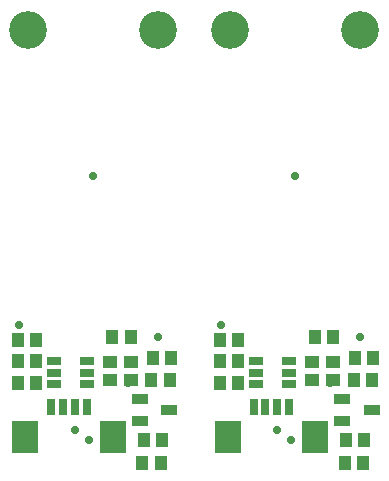
<source format=gts>
G04 Layer_Color=8388736*
%FSLAX25Y25*%
%MOIN*%
G70*
G01*
G75*
%ADD26R,0.04461X0.04658*%
%ADD27R,0.04658X0.04461*%
%ADD28R,0.02769X0.05721*%
%ADD29R,0.08674X0.10642*%
%ADD30R,0.05131X0.03162*%
%ADD31R,0.05721X0.03556*%
%ADD32C,0.12611*%
%ADD33C,0.02769*%
D26*
X265720Y241251D02*
D03*
X271783D02*
D03*
X271783Y234251D02*
D03*
X265720D02*
D03*
X271783Y226751D02*
D03*
X265720D02*
D03*
X307720Y207751D02*
D03*
X313783D02*
D03*
X307220Y200252D02*
D03*
X313283D02*
D03*
X297220Y242251D02*
D03*
X303283D02*
D03*
X316783Y235251D02*
D03*
X310720D02*
D03*
X316283Y227751D02*
D03*
X310220D02*
D03*
X333152Y241251D02*
D03*
X339215D02*
D03*
X339215Y234251D02*
D03*
X333152D02*
D03*
X339215Y226751D02*
D03*
X333152D02*
D03*
X375152Y207751D02*
D03*
X381215D02*
D03*
X374652Y200252D02*
D03*
X380715D02*
D03*
X364652Y242251D02*
D03*
X370715D02*
D03*
X384215Y235251D02*
D03*
X378152D02*
D03*
X383715Y227751D02*
D03*
X377652D02*
D03*
D27*
X296252Y227720D02*
D03*
Y233783D02*
D03*
X303252Y227720D02*
D03*
Y233783D02*
D03*
X363684Y227720D02*
D03*
Y233783D02*
D03*
X370684Y227720D02*
D03*
Y233783D02*
D03*
D28*
X276846Y218889D02*
D03*
X280783D02*
D03*
X284720D02*
D03*
X288657D02*
D03*
X344278D02*
D03*
X348215D02*
D03*
X352152D02*
D03*
X356089D02*
D03*
D29*
X268224Y208752D02*
D03*
X297279D02*
D03*
X335656D02*
D03*
X364711D02*
D03*
D30*
X288763Y226511D02*
D03*
Y230252D02*
D03*
Y233992D02*
D03*
X277740D02*
D03*
Y230252D02*
D03*
Y226511D02*
D03*
X356195D02*
D03*
Y230252D02*
D03*
Y233992D02*
D03*
X345172D02*
D03*
Y230252D02*
D03*
Y226511D02*
D03*
D31*
X306330Y221492D02*
D03*
Y214011D02*
D03*
X316173Y217752D02*
D03*
X373762Y221492D02*
D03*
Y214011D02*
D03*
X383605Y217752D02*
D03*
D32*
X312433Y344358D02*
D03*
X269126D02*
D03*
X379865D02*
D03*
X336558D02*
D03*
D33*
X278751Y230252D02*
D03*
X288763D02*
D03*
X296252Y227252D02*
D03*
X290779Y295752D02*
D03*
X265720Y226751D02*
D03*
X288657Y218889D02*
D03*
X302252Y226751D02*
D03*
X297220Y242251D02*
D03*
X284752Y218752D02*
D03*
X312251Y242251D02*
D03*
X284752Y211251D02*
D03*
X289251Y207751D02*
D03*
X265938Y246252D02*
D03*
X265720Y241251D02*
D03*
X271783D02*
D03*
X346184Y230252D02*
D03*
X356195D02*
D03*
X363684Y227252D02*
D03*
X358211Y295752D02*
D03*
X333152Y226751D02*
D03*
X356089Y218889D02*
D03*
X369684Y226751D02*
D03*
X364652Y242251D02*
D03*
X352184Y218752D02*
D03*
X379684Y242251D02*
D03*
X352184Y211251D02*
D03*
X356684Y207751D02*
D03*
X333371Y246252D02*
D03*
X333152Y241251D02*
D03*
X339215D02*
D03*
M02*

</source>
